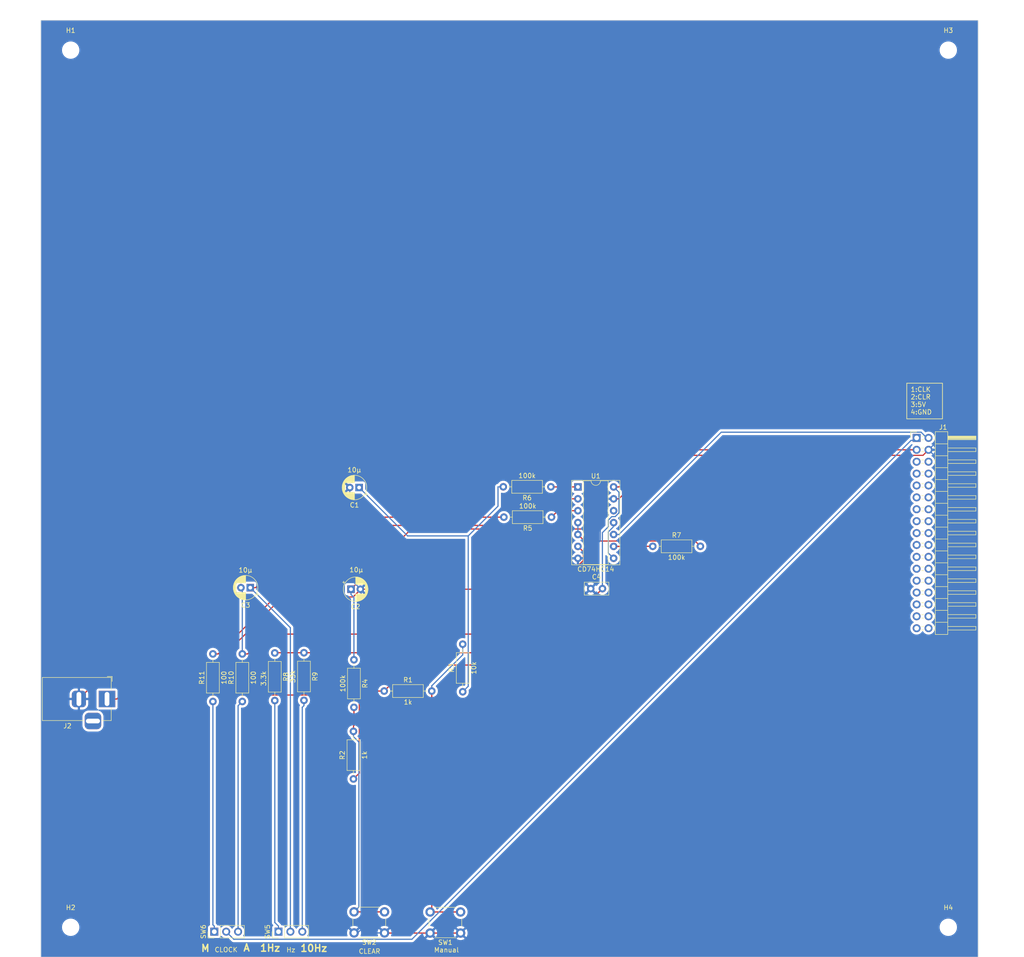
<source format=kicad_pcb>
(kicad_pcb (version 20221018) (generator pcbnew)
  (layers (0 "F.Cu" signal) (31 "B.Cu" signal) (34 "B.Paste" user) (35 "F.Paste" user) (36 "B.SilkS" user "B.Silkscreen") (37 "F.SilkS" user "F.Silkscreen") (38 "B.Mask" user) (39 "F.Mask" user) (44 "Edge.Cuts" user))
  (net 0 "")
  (net 1 "Net-(C1-Pad1)")
  (net 2 "GND")
  (net 3 "Net-(C2-Pad1)")
  (net 4 "Net-(SW5-B)")
  (net 5 "Net-(C3-Pad2)")
  (net 6 "+5V")
  (net 7 "CLK")
  (net 8 "CLR")
  (net 39 "Net-(R1-Pad2)")
  (net 40 "Net-(R2-Pad2)")
  (net 41 "Net-(R5-Pad1)")
  (net 42 "Net-(R6-Pad1)")
  (net 43 "Net-(R7-Pad1)")
  (net 44 "Net-(R8-Pad1)")
  (net 45 "Net-(SW5-A)")
  (net 46 "Net-(SW5-C)")
  (net 47 "Net-(SW6-C)")
  (net 48 "Net-(SW6-A)")
  (net 49 "Net-(R11-Pad2)")
  (net 50 "Net-(U1-Pad11)")
  (footprint "MountingHole:MountingHole_3.2mm_M3" (layer "F.Cu") (at 107.315 31.75)
    (fp_text reference "H1" (at 0 -4.2) (layer "F.SilkS"))
    (fp_text value "MountingHole")
    (pad "" np_thru_hole circle (at 0 0) (size 3.2 3.2) (drill 3.2) (layers "*.Cu" "*.Mask"))
  )
  (footprint "Capacitor_THT:CP_Radial_D5.0mm_P2.00mm" (layer "F.Cu") (at 168.8745 125.1458 180)
    (fp_text reference "C1" (at 1 -3.75) (layer "F.SilkS"))
    (fp_text value "10μ" (at 1 3.75) (layer "F.SilkS"))
    (pad "1" thru_hole rect (at 0 0 180) (size 1.6 1.6) (drill 0.8) (layers "*.Cu" "*.Mask") (net 1 "Net-(C1-Pad1)"))
    (pad "2" thru_hole circle (at 2 0 180) (size 1.6 1.6) (drill 0.8) (layers "*.Cu" "*.Mask") (net 2 "GND"))
  )
  (footprint "Resistor_THT:R_Axial_DIN0207_L6.3mm_D2.5mm_P10.16mm_Horizontal" (layer "F.Cu") (at 209.7994 124.9984 180)
    (fp_text reference "R6" (at 5.08 -2.37) (layer "F.SilkS"))
    (fp_text value "100k" (at 5.08 2.37) (layer "F.SilkS"))
    (pad "1" thru_hole circle (at 0 0 180) (size 1.6 1.6) (drill 0.8) (layers "*.Cu" "*.Mask") (net 42 "Net-(R6-Pad1)"))
    (pad "2" thru_hole oval (at 10.16 0 180) (size 1.6 1.6) (drill 0.8) (layers "*.Cu" "*.Mask") (net 1 "Net-(C1-Pad1)"))
  )
  (footprint "Resistor_THT:R_Axial_DIN0207_L6.3mm_D2.5mm_P10.16mm_Horizontal" (layer "F.Cu") (at 137.668 170.8404 90)
    (fp_text reference "R11" (at 5.08 -2.37 90) (layer "F.SilkS"))
    (fp_text value "100" (at 5.08 2.37 90) (layer "F.SilkS"))
    (pad "1" thru_hole circle (at 0 0 90) (size 1.6 1.6) (drill 0.8) (layers "*.Cu" "*.Mask") (net 48 "Net-(SW6-A)"))
    (pad "2" thru_hole oval (at 10.16 0 90) (size 1.6 1.6) (drill 0.8) (layers "*.Cu" "*.Mask") (net 49 "Net-(R11-Pad2)"))
  )
  (footprint "Resistor_THT:R_Axial_DIN0207_L6.3mm_D2.5mm_P10.16mm_Horizontal" (layer "F.Cu") (at 231.5418 137.6984)
    (fp_text reference "R7" (at 5.08 -2.37) (layer "F.SilkS"))
    (fp_text value "100k" (at 5.08 2.37) (layer "F.SilkS"))
    (pad "1" thru_hole circle (at 0 0) (size 1.6 1.6) (drill 0.8) (layers "*.Cu" "*.Mask") (net 43 "Net-(R7-Pad1)"))
    (pad "2" thru_hole oval (at 10.16 0) (size 1.6 1.6) (drill 0.8) (layers "*.Cu" "*.Mask") (net 3 "Net-(C2-Pad1)"))
  )
  (footprint "Capacitor_THT:CP_Radial_D5.0mm_P2.00mm" (layer "F.Cu") (at 145.6436 146.5326 180)
    (fp_text reference "C3" (at 1 -3.75) (layer "F.SilkS"))
    (fp_text value "10μ" (at 1 3.75) (layer "F.SilkS"))
    (pad "1" thru_hole rect (at 0 0 180) (size 1.6 1.6) (drill 0.8) (layers "*.Cu" "*.Mask") (net 4 "Net-(SW5-B)"))
    (pad "2" thru_hole circle (at 2 0 180) (size 1.6 1.6) (drill 0.8) (layers "*.Cu" "*.Mask") (net 5 "Net-(C3-Pad2)"))
  )
  (footprint "Resistor_THT:R_Axial_DIN0207_L6.3mm_D2.5mm_P10.16mm_Horizontal" (layer "F.Cu") (at 143.9418 170.8404 90)
    (fp_text reference "R10" (at 5.08 -2.37 90) (layer "F.SilkS"))
    (fp_text value "100" (at 5.08 2.37 90) (layer "F.SilkS"))
    (pad "1" thru_hole circle (at 0 0 90) (size 1.6 1.6) (drill 0.8) (layers "*.Cu" "*.Mask") (net 47 "Net-(SW6-C)"))
    (pad "2" thru_hole oval (at 10.16 0 90) (size 1.6 1.6) (drill 0.8) (layers "*.Cu" "*.Mask") (net 5 "Net-(C3-Pad2)"))
  )
  (footprint "Resistor_THT:R_Axial_DIN0207_L6.3mm_D2.5mm_P10.16mm_Horizontal" (layer "F.Cu") (at 167.767 161.925 -90)
    (fp_text reference "R4" (at 5.08 -2.37 90) (layer "F.SilkS"))
    (fp_text value "100k" (at 5.08 2.37 90) (layer "F.SilkS"))
    (pad "1" thru_hole circle (at 0 0 270) (size 1.6 1.6) (drill 0.8) (layers "*.Cu" "*.Mask") (net 3 "Net-(C2-Pad1)"))
    (pad "2" thru_hole oval (at 10.16 0 270) (size 1.6 1.6) (drill 0.8) (layers "*.Cu" "*.Mask") (net 40 "Net-(R2-Pad2)"))
  )
  (footprint "Capacitor_THT:CP_Radial_D5.0mm_P2.00mm" (layer "F.Cu") (at 167.1386 146.8628)
    (fp_text reference "C2" (at 0.980512 3.7338) (layer "F.SilkS"))
    (fp_text value "10μ" (at 1.158312 -4.1402) (layer "F.SilkS"))
    (pad "1" thru_hole rect (at 0 0) (size 1.6 1.6) (drill 0.8) (layers "*.Cu" "*.Mask") (net 3 "Net-(C2-Pad1)"))
    (pad "2" thru_hole circle (at 2 0) (size 1.6 1.6) (drill 0.8) (layers "*.Cu" "*.Mask") (net 2 "GND"))
  )
  (footprint "Resistor_THT:R_Axial_DIN0207_L6.3mm_D2.5mm_P10.16mm_Horizontal" (layer "F.Cu") (at 190.9826 168.7576 90)
    (fp_text reference "R3" (at 5.08 -2.37 90) (layer "F.SilkS"))
    (fp_text value "10k" (at 5.08 2.37 90) (layer "F.SilkS"))
    (pad "1" thru_hole circle (at 0 0 90) (size 1.6 1.6) (drill 0.8) (layers "*.Cu" "*.Mask") (net 1 "Net-(C1-Pad1)"))
    (pad "2" thru_hole oval (at 10.16 0 90) (size 1.6 1.6) (drill 0.8) (layers "*.Cu" "*.Mask") (net 39 "Net-(R1-Pad2)"))
  )
  (footprint "MountingHole:MountingHole_3.2mm_M3" (layer "F.Cu") (at 294.615 31.75)
    (fp_text reference "H3" (at 0 -4.2) (layer "F.SilkS"))
    (fp_text value "MountingHole")
    (pad "" np_thru_hole circle (at 0 0) (size 3.2 3.2) (drill 3.2) (layers "*.Cu" "*.Mask"))
  )
  (footprint "Resistor_THT:R_Axial_DIN0207_L6.3mm_D2.5mm_P10.16mm_Horizontal" (layer "F.Cu") (at 150.876 160.4772 -90)
    (fp_text reference "R8" (at 5.08 -2.37 90) (layer "F.SilkS"))
    (fp_text value "3.3k " (at 5.08 2.37 90) (layer "F.SilkS"))
    (pad "1" thru_hole circle (at 0 0 270) (size 1.6 1.6) (drill 0.8) (layers "*.Cu" "*.Mask") (net 44 "Net-(R8-Pad1)"))
    (pad "2" thru_hole oval (at 10.16 0 270) (size 1.6 1.6) (drill 0.8) (layers "*.Cu" "*.Mask") (net 45 "Net-(SW5-A)"))
  )
  (footprint "Button_Switch_THT:SW_PUSH_6mm" (layer "F.Cu") (at 174.2936 220.2582 180)
    (fp_text reference "SW2" (at 3.25 -2) (layer "F.SilkS"))
    (fp_text value "CLEAR" (at 3.1992 -3.9222) (layer "F.SilkS"))
    (pad "1" thru_hole circle (at 0 0 270) (size 2 2) (drill 1.1) (layers "*.Cu" "*.Mask") (net 2 "GND"))
    (pad "1" thru_hole circle (at 6.5 0 270) (size 2 2) (drill 1.1) (layers "*.Cu" "*.Mask") (net 2 "GND"))
    (pad "2" thru_hole circle (at 0 4.5 270) (size 2 2) (drill 1.1) (layers "*.Cu" "*.Mask") (net 40 "Net-(R2-Pad2)"))
    (pad "2" thru_hole circle (at 6.5 4.5 270) (size 2 2) (drill 1.1) (layers "*.Cu" "*.Mask") (net 40 "Net-(R2-Pad2)"))
  )
  (footprint "Package_DIP:DIP-14_W7.62mm_Socket" (layer "F.Cu") (at 215.5698 125.0188)
    (fp_text reference "U1" (at 3.81 -2.33) (layer "F.SilkS"))
    (fp_text value "CD74HC14" (at 3.81 17.57) (layer "F.SilkS"))
    (pad "1" thru_hole rect (at 0 0) (size 1.6 1.6) (drill 0.8) (layers "*.Cu" "*.Mask") (net 42 "Net-(R6-Pad1)"))
    (pad "2" thru_hole oval (at 0 2.54) (size 1.6 1.6) (drill 0.8) (layers "*.Cu" "*.Mask") (net 49 "Net-(R11-Pad2)"))
    (pad "3" thru_hole oval (at 0 5.08) (size 1.6 1.6) (drill 0.8) (layers "*.Cu" "*.Mask") (net 41 "Net-(R5-Pad1)"))
    (pad "4" thru_hole oval (at 0 7.62) (size 1.6 1.6) (drill 0.8) (layers "*.Cu" "*.Mask") (net 44 "Net-(R8-Pad1)"))
    (pad "5" thru_hole oval (at 0 10.16) (size 1.6 1.6) (drill 0.8) (layers "*.Cu" "*.Mask") (net 44 "Net-(R8-Pad1)"))
    (pad "6" thru_hole oval (at 0 12.7) (size 1.6 1.6) (drill 0.8) (layers "*.Cu" "*.Mask") (net 5 "Net-(C3-Pad2)"))
    (pad "7" thru_hole oval (at 0 15.24) (size 1.6 1.6) (drill 0.8) (layers "*.Cu" "*.Mask") (net 2 "GND"))
    (pad "8" thru_hole oval (at 7.62 15.24) (size 1.6 1.6) (drill 0.8) (layers "*.Cu" "*.Mask") (net 50 "Net-(U1-Pad11)"))
    (pad "9" thru_hole oval (at 7.62 12.7) (size 1.6 1.6) (drill 0.8) (layers "*.Cu" "*.Mask") (net 43 "Net-(R7-Pad1)"))
    (pad "10" thru_hole oval (at 7.62 10.16) (size 1.6 1.6) (drill 0.8) (layers "*.Cu" "*.Mask") (net 8 "CLR"))
    (pad "11" thru_hole oval (at 7.62 7.62) (size 1.6 1.6) (drill 0.8) (layers "*.Cu" "*.Mask") (net 50 "Net-(U1-Pad11)"))
    (pad "12" thru_hole oval (at 7.62 5.08) (size 1.6 1.6) (drill 0.8) (layers "*.Cu" "*.Mask"))
    (pad "13" thru_hole oval (at 7.62 2.54) (size 1.6 1.6) (drill 0.8) (layers "*.Cu" "*.Mask") (net 2 "GND"))
    (pad "14" thru_hole oval (at 7.62 0) (size 1.6 1.6) (drill 0.8) (layers "*.Cu" "*.Mask") (net 6 "+5V"))
  )
  (footprint "Connector_PinHeader_2.54mm:PinHeader_1x03_P2.54mm_Vertical" (layer "F.Cu") (at 137.9624 219.9894 90)
    (fp_text reference "SW6" (at 0 -2.33 90) (layer "F.SilkS"))
    (fp_text value "CLOCK" (at -3.8608 2.525 180) (layer "F.SilkS"))
    (pad "1" thru_hole rect (at 0 0 90) (size 1.7 1.7) (drill 1) (layers "*.Cu" "*.Mask") (net 48 "Net-(SW6-A)"))
    (pad "2" thru_hole oval (at 0 2.54 90) (size 1.7 1.7) (drill 1) (layers "*.Cu" "*.Mask") (net 7 "CLK"))
    (pad "3" thru_hole oval (at 0 5.08 90) (size 1.7 1.7) (drill 1) (layers "*.Cu" "*.Mask") (net 47 "Net-(SW6-C)"))
  )
  (footprint "MountingHole:MountingHole_3.2mm_M3" (layer "F.Cu") (at 294.6146 219.0496)
    (fp_text reference "H4" (at 0 -4.2) (layer "F.SilkS"))
    (fp_text value "MountingHole")
    (pad "" np_thru_hole circle (at 0 0) (size 3.2 3.2) (drill 3.2) (layers "*.Cu" "*.Mask"))
  )
  (footprint "Resistor_THT:R_Axial_DIN0207_L6.3mm_D2.5mm_P10.16mm_Horizontal" (layer "F.Cu") (at 167.6654 187.3758 90)
    (fp_text reference "R2" (at 5.08 -2.37 90) (layer "F.SilkS"))
    (fp_text value "1k" (at 5.08 2.37 90) (layer "F.SilkS"))
    (pad "1" thru_hole circle (at 0 0 90) (size 1.6 1.6) (drill 0.8) (layers "*.Cu" "*.Mask") (net 6 "+5V"))
    (pad "2" thru_hole oval (at 10.16 0 90) (size 1.6 1.6) (drill 0.8) (layers "*.Cu" "*.Mask") (net 40 "Net-(R2-Pad2)"))
  )
  (footprint "Resistor_THT:R_Axial_DIN0207_L6.3mm_D2.5mm_P10.16mm_Horizontal" (layer "F.Cu") (at 157.099 160.4264 -90)
    (fp_text reference "R9" (at 5.08 -2.37 90) (layer "F.SilkS"))
    (fp_text value "33k" (at 5.08 2.37 90) (layer "F.SilkS"))
    (pad "1" thru_hole circle (at 0 0 270) (size 1.6 1.6) (drill 0.8) (layers "*.Cu" "*.Mask") (net 44 "Net-(R8-Pad1)"))
    (pad "2" thru_hole oval (at 10.16 0 270) (size 1.6 1.6) (drill 0.8) (layers "*.Cu" "*.Mask") (net 46 "Net-(SW5-C)"))
  )
  (footprint "Resistor_THT:R_Axial_DIN0207_L6.3mm_D2.5mm_P10.16mm_Horizontal" (layer "F.Cu") (at 174.2186 168.6052)
    (fp_text reference "R1" (at 5.08 -2.37) (layer "F.SilkS"))
    (fp_text value "1k" (at 5.08 2.37) (layer "F.SilkS"))
    (pad "1" thru_hole circle (at 0 0) (size 1.6 1.6) (drill 0.8) (layers "*.Cu" "*.Mask") (net 6 "+5V"))
    (pad "2" thru_hole oval (at 10.16 0) (size 1.6 1.6) (drill 0.8) (layers "*.Cu" "*.Mask") (net 39 "Net-(R1-Pad2)"))
  )
  (footprint "Connector_BarrelJack:BarrelJack_Horizontal" (layer "F.Cu") (at 115.0676 170.307)
    (fp_text reference "J2" (at -8.45 5.75) (layer "F.SilkS"))
    (fp_text value "Barrel_Jack")
    (pad "1" thru_hole rect (at 0 0) (size 3.5 3.5) (drill oval 1 3) (layers "*.Cu" "*.Mask") (net 6 "+5V"))
    (pad "2" thru_hole roundrect (at -6 0) (size 3 3.5) (drill oval 1 3) (layers "*.Cu" "*.Mask") (net 2 "GND"))
    (pad "3" thru_hole roundrect (at -3 4.7) (size 3.5 3.5) (drill oval 3 1) (layers "*.Cu" "*.Mask"))
  )
  (footprint "MountingHole:MountingHole_3.2mm_M3" (layer "F.Cu") (at 107.315 219.0496)
    (fp_text reference "H2" (at 0 -4.2) (layer "F.SilkS"))
    (fp_text value "MountingHole")
    (pad "" np_thru_hole circle (at 0 0) (size 3.2 3.2) (drill 3.2) (layers "*.Cu" "*.Mask"))
  )
  (footprint "Resistor_THT:R_Axial_DIN0207_L6.3mm_D2.5mm_P10.16mm_Horizontal" (layer "F.Cu") (at 209.9264 131.4754 180)
    (fp_text reference "R5" (at 5.08 -2.37) (layer "F.SilkS"))
    (fp_text value "100k" (at 5.08 2.37) (layer "F.SilkS"))
    (pad "1" thru_hole circle (at 0 0 180) (size 1.6 1.6) (drill 0.8) (layers "*.Cu" "*.Mask") (net 41 "Net-(R5-Pad1)"))
    (pad "2" thru_hole oval (at 10.16 0 180) (size 1.6 1.6) (drill 0.8) (layers "*.Cu" "*.Mask") (net 4 "Net-(SW5-B)"))
  )
  (footprint "Capacitor_THT:C_Disc_D5.0mm_W2.5mm_P2.50mm" (layer "F.Cu") (at 218.2976 146.7408)
    (fp_text reference "C4" (at 1.25 -2.5) (layer "F.SilkS"))
    (fp_text value "0.1μ")
    (pad "1" thru_hole circle (at 0 0) (size 1.6 1.6) (drill 0.8) (layers "*.Cu" "*.Mask") (net 2 "GND"))
    (pad "2" thru_hole circle (at 2.5 0) (size 1.6 1.6) (drill 0.8) (layers "*.Cu" "*.Mask") (net 6 "+5V"))
  )
  (footprint "Connector_PinHeader_2.54mm:PinHeader_1x03_P2.54mm_Vertical" (layer "F.Cu") (at 151.6634 219.9894 90)
    (fp_text reference "SW5" (at 0 -2.33 90) (layer "F.SilkS"))
    (fp_text value "Hz" (at -3.8862 2.6416 180) (layer "F.SilkS"))
    (pad "1" thru_hole rect (at 0 0 90) (size 1.7 1.7) (drill 1) (layers "*.Cu" "*.Mask") (net 45 "Net-(SW5-A)"))
    (pad "2" thru_hole oval (at 0 2.54 90) (size 1.7 1.7) (drill 1) (layers "*.Cu" "*.Mask") (net 4 "Net-(SW5-B)"))
    (pad "3" thru_hole oval (at 0 5.08 90) (size 1.7 1.7) (drill 1) (layers "*.Cu" "*.Mask") (net 46 "Net-(SW5-C)"))
  )
  (footprint "Button_Switch_THT:SW_PUSH_6mm" (layer "F.Cu") (at 190.5242 220.2836 180)
    (fp_text reference "SW1" (at 3.25 -2) (layer "F.SilkS"))
    (fp_text value "Manual" (at 2.996 -3.6174) (layer "F.SilkS"))
    (pad "1" thru_hole circle (at 0 0 270) (size 2 2) (drill 1.1) (layers "*.Cu" "*.Mask") (net 2 "GND"))
    (pad "1" thru_hole circle (at 6.5 0 270) (size 2 2) (drill 1.1) (layers "*.Cu" "*.Mask") (net 2 "GND"))
    (pad "2" thru_hole circle (at 0 4.5 270) (size 2 2) (drill 1.1) (layers "*.Cu" "*.Mask") (net 39 "Net-(R1-Pad2)"))
    (pad "2" thru_hole circle (at 6.5 4.5 270) (size 2 2) (drill 1.1) (layers "*.Cu" "*.Mask") (net 39 "Net-(R1-Pad2)"))
  )
  (footprint "Connector_PinHeader_2.54mm:PinHeader_2x17_P2.54mm_Horizontal" (layer "F.Cu") (at 287.8582 114.554)
    (fp_text reference "J1" (at 5.655 -2.27) (layer "F.SilkS"))
    (fp_text value "Conn_01x34_Pin")
    (pad "1" thru_hole rect (at 0 0) (size 1.7 1.7) (drill 1) (layers "*.Cu" "*.Mask") (net 7 "CLK"))
    (pad "2" thru_hole oval (at 2.54 0) (size 1.7 1.7) (drill 1) (layers "*.Cu" "*.Mask") (net 8 "CLR"))
    (pad "3" thru_hole oval (at 0 2.54) (size 1.7 1.7) (drill 1) (layers "*.Cu" "*.Mask") (net 6 "+5V"))
    (pad "4" thru_hole oval (at 2.54 2.54) (size 1.7 1.7) (drill 1) (layers "*.Cu" "*.Mask") (net 2 "GND"))
    (pad "5" thru_hole oval (at 0 5.08) (size 1.7 1.7) (drill 1) (layers "*.Cu" "*.Mask"))
    (pad "6" thru_hole oval (at 2.54 5.08) (size 1.7 1.7) (drill 1) (layers "*.Cu" "*.Mask"))
    (pad "7" thru_hole oval (at 0 7.62) (size 1.7 1.7) (drill 1) (layers "*.Cu" "*.Mask"))
    (pad "8" thru_hole oval (at 2.54 7.62) (size 1.7 1.7) (drill 1) (layers "*.Cu" "*.Mask"))
    (pad "9" thru_hole oval (at 0 10.16) (size 1.7 1.7) (drill 1) (layers "*.Cu" "*.Mask"))
    (pad "10" thru_hole oval (at 2.54 10.16) (size 1.7 1.7) (drill 1) (layers "*.Cu" "*.Mask"))
    (pad "11" thru_hole oval (at 0 12.7) (size 1.7 1.7) (drill 1) (layers "*.Cu" "*.Mask"))
    (pad "12" thru_hole oval (at 2.54 12.7) (size 1.7 1.7) (drill 1) (layers "*.Cu" "*.Mask"))
    (pad "13" thru_hole oval (at 0 15.24) (size 1.7 1.7) (drill 1) (layers "*.Cu" "*.Mask"))
    (pad "14" thru_hole oval (at 2.54 15.24) (size 1.7 1.7) (drill 1) (layers "*.Cu" "*.Mask"))
    (pad "15" thru_hole oval (at 0 17.78) (size 1.7 1.7) (drill 1) (layers "*.Cu" "*.Mask"))
    (pad "16" thru_hole oval (at 2.54 17.78) (size 1.7 1.7) (drill 1) (layers "*.Cu" "*.Mask"))
    (pad "17" thru_hole oval (at 0 20.32) (size 1.7 1.7) (drill 1) (layers "*.Cu" "*.Mask"))
    (pad "18" thru_hole oval (at 2.54 20.32) (size 1.7 1.7) (drill 1) (layers "*.Cu" "*.Mask"))
    (pad "19" thru_hole oval (at 0 22.86) (size 1.7 1.7) (drill 1) (layers "*.Cu" "*.Mask"))
    (pad "20" thru_hole oval (at 2.54 22.86) (size 1.7 1.7) (drill 1) (layers "*.Cu" "*.Mask"))
    (pad "21" thru_hole oval (at 0 25.4) (size 1.7 1.7) (drill 1) (layers "*.Cu" "*.Mask"))
    (pad "22" thru_hole oval (at 2.54 25.4) (size 1.7 1.7) (drill 1) (layers "*.Cu" "*.Mask"))
    (pad "23" thru_hole oval (at 0 27.94) (size 1.7 1.7) (drill 1) (layers "*.Cu" "*.Mask"))
    (pad "24" thru_hole oval (at 2.54 27.94) (size 1.7 1.7) (drill 1) (layers "*.Cu" "*.Mask"))
    (pad "25" thru_hole oval (at 0 30.48) (size 1.7 1.7) (drill 1) (layers "*.Cu" "*.Mask"))
    (pad "26" thru_hole oval (at 2.54 30.48) (size 1.7 1.7) (drill 1) (layers "*.Cu" "*.Mask"))
    (pad "27" thru_hole oval (at 0 33.02) (size 1.7 1.7) (drill 1) (layers "*.Cu" "*.Mask"))
    (pad "28" thru_hole oval (at 2.54 33.02) (size 1.7 1.7) (drill 1) (layers "*.Cu" "*.Mask"))
    (pad "29" thru_hole oval (at 0 35.56) (size 1.7 1.7) (drill 1) (layers "*.Cu" "*.Mask"))
    (pad "30" thru_hole oval (at 2.54 35.56) (size 1.7 1.7) (drill 1) (layers "*.Cu" "*.Mask"))
    (pad "31" thru_hole oval (at 0 38.1) (size 1.7 1.7) (drill 1) (layers "*.Cu" "*.Mask"))
    (pad "32" thru_hole oval (at 2.54 38.1) (size 1.7 1.7) (drill 1) (layers "*.Cu" "*.Mask"))
    (pad "33" thru_hole oval (at 0 40.64) (size 1.7 1.7) (drill 1) (layers "*.Cu" "*.Mask"))
    (pad "34" thru_hole oval (at 2.54 40.64) (size 1.7 1.7) (drill 1) (layers "*.Cu" "*.Mask"))
  )
  (gr_rect (start 100.965 25.4) (end 300.965 225.4) (stroke (width 0.1)) (fill none) (layer "Edge.Cuts"))
  (gr_text "10Hz\n" (at 156.1846 224.409) (layer "F.SilkS") (effects (font (size 1.5 1.5) (thickness 0.3) bold) (justify left bottom)))
  (gr_text "1Hz" (at 147.574 224.3582) (layer "F.SilkS") (effects (font (size 1.5 1.5) (thickness 0.3) bold) (justify left bottom)))
  (gr_text "M" (at 135.001 224.409) (layer "F.SilkS") (effects (font (size 1.5 1.5) (thickness 0.3) bold) (justify left bottom)))
  (gr_text "A\n" (at 144.018 224.3074) (layer "F.SilkS") (effects (font (size 1.5 1.5) (thickness 0.3) bold) (justify left bottom)))
  (gr_text_box "1:CLK 2:CLR\n3:5V  4:GND\n" (start 285.75 102.87) (end 293.37 110.49) (layer "F.SilkS") (effects (font (size 1 1)) (justify left top)) (stroke (width 0.15)))
  (segment (start 199.6394 124.9984) (end 198.5125 124.9984) (width 0.25) (layer "B.Cu") (net 1))
  (segment (start 198.5125 129.1271) (end 192.1591 135.4805) (width 0.25) (layer "B.Cu") (net 1))
  (segment (start 190.9826 168.7576) (end 192.1591 167.5811) (width 0.25) (layer "B.Cu") (net 1))
  (segment (start 192.1591 167.5811) (end 192.1591 135.4805) (width 0.25) (layer "B.Cu") (net 1))
  (segment (start 179.2092 135.4805) (end 168.8745 125.1458) (width 0.25) (layer "B.Cu") (net 1))
  (segment (start 198.5125 124.9984) (end 198.5125 129.1271) (width 0.25) (layer "B.Cu") (net 1))
  (segment (start 192.1591 135.4805) (end 179.2092 135.4805) (width 0.25) (layer "B.Cu") (net 1))
  (segment (start 214.4429 140.2588) (end 207.8389 146.8628) (width 0.25) (layer "F.Cu") (net 2))
  (segment (start 215.5698 140.2588) (end 214.4429 140.2588) (width 0.25) (layer "F.Cu") (net 2))
  (segment (start 190.5242 220.2836) (end 184.0242 220.2836) (width 0.25) (layer "F.Cu") (net 2))
  (segment (start 169.1386 146.8628) (end 169.1386 146.9661) (width 0.25) (layer "F.Cu") (net 2))
  (segment (start 174.319 220.2836) (end 174.2936 220.2582) (width 0.25) (layer "F.Cu") (net 2))
  (segment (start 224.3167 127.5588) (end 223.1898 127.5588) (width 0.25) (layer "F.Cu") (net 2))
  (segment (start 233.6046 118.2709) (end 224.3167 127.5588) (width 0.25) (layer "F.Cu") (net 2))
  (segment (start 184.0242 220.2836) (end 174.319 220.2836) (width 0.25) (layer "F.Cu") (net 2))
  (segment (start 169.1386 146.9661) (end 167.5906 148.5141) (width 0.25) (layer "F.Cu") (net 2))
  (segment (start 167.5906 148.5141) (end 152.5321 148.5141) (width 0.25) (layer "F.Cu") (net 2))
  (segment (start 112.6249 166.7497) (end 109.0676 170.307) (width 0.25) (layer "F.Cu") (net 2))
  (segment (start 152.5321 148.5141) (end 134.2965 166.7497) (width 0.25) (layer "F.Cu") (net 2))
  (segment (start 134.2965 166.7497) (end 112.6249 166.7497) (width 0.25) (layer "F.Cu") (net 2))
  (segment (start 290.3982 117.094) (end 289.2213 118.2709) (width 0.25) (layer "F.Cu") (net 2))
  (segment (start 289.2213 118.2709) (end 233.6046 118.2709) (width 0.25) (layer "F.Cu") (net 2))
  (segment (start 207.8389 146.8628) (end 169.1386 146.8628) (width 0.25) (layer "F.Cu") (net 2))
  (segment (start 166.8745 144.5326) (end 166.8745 125.1458) (width 0.25) (layer "B.Cu") (net 2))
  (segment (start 290.3982 117.094) (end 291.9222 115.57) (width 0.25) (layer "B.Cu") (net 2))
  (segment (start 223.1898 127.5588) (end 222.123 127.5588) (width 0.25) (layer "B.Cu") (net 2))
  (segment (start 169.1386 146.8628) (end 169.1386 146.7967) (width 0.25) (layer "B.Cu") (net 2))
  (segment (start 169.1386 146.7967) (end 166.8745 144.5326) (width 0.25) (layer "B.Cu") (net 2))
  (segment (start 220.345 129.3368) (end 220.345 136.525) (width 0.25) (layer "B.Cu") (net 2))
  (segment (start 220.345 136.525) (end 216.6112 140.2588) (width 0.25) (layer "B.Cu") (net 2))
  (segment (start 169.312 219.499) (end 170.0712 220.2582) (width 0.25) (layer "B.Cu") (net 2))
  (segment (start 169.312 147.0362) (end 169.1386 146.8628) (width 0.25) (layer "B.Cu") (net 2))
  (segment (start 170.0712 220.2582) (end 174.2936 220.2582) (width 0.25) (layer "B.Cu") (net 2))
  (segment (start 168.5528 220.2582) (end 169.312 219.499) (width 0.25) (layer "B.Cu") (net 2))
  (segment (start 292.0492 118.745) (end 292.735 118.745) (width 0.25) (layer "B.Cu") (net 2))
  (segment (start 291.9222 115.57) (end 292.735 115.57) (width 0.25) (layer "B.Cu") (net 2))
  (segment (start 222.123 127.5588) (end 220.345 129.3368) (width 0.25) (layer "B.Cu") (net 2))
  (segment (start 169.312 219.499) (end 169.312 147.0362) (width 0.25) (layer "B.Cu") (net 2))
  (segment (start 167.7936 220.2582) (end 168.5528 220.2582) (width 0.25) (layer "B.Cu") (net 2))
  (segment (start 215.5698 140.2588) (end 215.5698 144.013) (width 0.25) (layer "B.Cu") (net 2))
  (segment (start 290.3982 117.094) (end 292.0492 118.745) (width 0.25) (layer "B.Cu") (net 2))
  (segment (start 216.6112 140.2588) (end 215.5698 140.2588) (width 0.25) (layer "B.Cu") (net 2))
  (segment (start 215.5698 144.013) (end 218.2976 146.7408) (width 0.25) (layer "B.Cu") (net 2))
  (segment (start 241.7018 137.6984) (end 240.5749 136.5715) (width 0.25) (layer "F.Cu") (net 3))
  (segment (start 216.675 134.0071) (end 179.9943 134.0071) (width 0.25) (layer "F.Cu") (net 3))
  (segment (start 219.2394 136.5715) (end 216.675 134.0071) (width 0.25) (layer "F.Cu") (net 3))
  (segment (start 240.5749 136.5715) (end 219.2394 136.5715) (width 0.25) (layer "F.Cu") (net 3))
  (segment (start 179.9943 134.0071) (end 167.1386 146.8628) (width 0.25) (layer "F.Cu") (net 3))
  (segment (start 167.767 148.6181) (end 167.1386 147.9897) (width 0.25) (layer "B.Cu") (net 3))
  (segment (start 167.767 161.925) (end 167.767 148.6181) (width 0.25) (layer "B.Cu") (net 3))
  (segment (start 167.1386 146.8628) (end 167.1386 147.9897) (width 0.25) (layer "B.Cu") (net 3))
  (segment (start 145.6436 146.5326) (end 146.7705 146.5326) (width 0.25) (layer "F.Cu") (net 4))
  (segment (start 199.7664 131.4754) (end 161.8277 131.4754) (width 0.25) (layer "F.Cu") (net 4))
  (segment (start 161.8277 131.4754) (end 146.7705 146.5326) (width 0.25) (layer "F.Cu") (net 4))
  (segment (start 154.2034 155.0924) (end 145.6436 146.5326) (width 0.25) (layer "B.Cu") (net 4))
  (segment (start 154.2034 219.9894) (end 154.2034 155.0924) (width 0.25) (layer "B.Cu") (net 4))
  (segment (start 149.3026 156.4465) (end 145.0687 160.6804) (width 0.25) (layer "F.Cu") (net 5))
  (segment (start 200.995 156.4465) (end 149.3026 156.4465) (width 0.25) (layer "F.Cu") (net 5))
  (segment (start 215.5698 137.7188) (end 216.7215 138.8705) (width 0.25) (layer "F.Cu") (net 5))
  (segment (start 216.7215 140.72) (end 200.995 156.4465) (width 0.25) (layer "F.Cu") (net 5))
  (segment (start 216.7215 138.8705) (end 216.7215 140.72) (width 0.25) (layer "F.Cu") (net 5))
  (segment (start 145.0687 160.6804) (end 143.9418 160.6804) (width 0.25) (layer "F.Cu") (net 5))
  (segment (start 143.9418 160.6804) (end 143.9418 146.8308) (width 0.25) (layer "B.Cu") (net 5))
  (segment (start 143.9418 146.8308) (end 143.6436 146.5326) (width 0.25) (layer "B.Cu") (net 5))
  (segment (start 168.9049 186.1363) (end 167.6654 187.3758) (width 0.25) (layer "F.Cu") (net 6))
  (segment (start 117.1445 170.307) (end 117.9954 169.4561) (width 0.25) (layer "F.Cu") (net 6))
  (segment (start 168.9049 169.4561) (end 168.9049 186.1363) (width 0.25) (layer "F.Cu") (net 6))
  (segment (start 169.7558 168.6052) (end 168.9049 169.4561) (width 0.25) (layer "F.Cu") (net 6))
  (segment (start 174.2186 168.6052) (end 169.7558 168.6052) (width 0.25) (layer "F.Cu") (net 6))
  (segment (start 223.1898 125.0188) (end 224.3167 125.0188) (width 0.25) (layer "F.Cu") (net 6))
  (segment (start 204.488 163.0504) (end 179.7734 163.0504) (width 0.25) (layer "F.Cu") (net 6))
  (segment (start 115.0676 170.307) (end 117.1445 170.307) (width 0.25) (layer "F.Cu") (net 6))
  (segment (start 232.2415 117.094) (end 224.3167 125.0188) (width 0.25) (layer "F.Cu") (net 6))
  (segment (start 287.8582 117.094) (end 232.2415 117.094) (width 0.25) (layer "F.Cu") (net 6))
  (segment (start 179.7734 163.0504) (end 174.2186 168.6052) (width 0.25) (layer "F.Cu") (net 6))
  (segment (start 220.7976 146.7408) (end 204.488 163.0504) (width 0.25) (layer "F.Cu") (net 6))
  (segment (start 117.9954 169.4561) (end 168.9049 169.4561) (width 0.25) (layer "F.Cu") (net 6))
  (segment (start 224.3291 130.5544) (end 223.5147 131.3688) (width 0.25) (layer "B.Cu") (net 6))
  (segment (start 223.1898 125.0188) (end 224.3291 126.1581) (width 0.25) (layer "B.Cu") (net 6))
  (segment (start 222.7887 131.3688) (end 222.0629 132.0946) (width 0.25) (layer "B.Cu") (net 6))
  (segment (start 222.0629 133.5162) (end 220.7976 134.7815) (width 0.25) (layer "B.Cu") (net 6))
  (segment (start 220.7976 134.7815) (end 220.7976 146.7408) (width 0.25) (layer "B.Cu") (net 6))
  (segment (start 223.5147 131.3688) (end 222.7887 131.3688) (width 0.25) (layer "B.Cu") (net 6))
  (segment (start 222.0629 132.0946) (end 222.0629 133.5162) (width 0.25) (layer "B.Cu") (net 6))
  (segment (start 224.3291 126.1581) (end 224.3291 130.5544) (width 0.25) (layer "B.Cu") (net 6))
  (segment (start 142.1217 221.6087) (end 140.5024 219.9894) (width 0.25) (layer "B.Cu") (net 7))
  (segment (start 287.3433 115.0689) (end 286.6813 115.0689) (width 0.25) (layer "B.Cu") (net 7))
  (segment (start 287.8582 114.554) (end 287.3433 115.0689) (width 0.25) (layer "B.Cu") (net 7))
  (segment (start 180.1415 221.6087) (end 142.1217 221.6087) (width 0.25) (layer "B.Cu") (net 7))
  (segment (start 286.6813 115.0689) (end 180.1415 221.6087) (width 0.25) (layer "B.Cu") (net 7))
  (segment (start 246.1591 113.3364) (end 224.3167 135.1788) (width 0.25) (layer "B.Cu") (net 8))
  (segment (start 290.0304 114.554) (end 288.8128 113.3364) (width 0.25) (layer "B.Cu") (net 8))
  (segment (start 290.3982 114.554) (end 290.0304 114.554) (width 0.25) (layer "B.Cu") (net 8))
  (segment (start 224.3167 135.1788) (end 223.1898 135.1788) (width 0.25) (layer "B.Cu") (net 8))
  (segment (start 288.8128 113.3364) (end 246.1591 113.3364) (width 0.25) (layer "B.Cu") (net 8))
  (segment (start 184.0242 215.7836) (end 184.3786 215.7836) (width 0.25) (layer "F.Cu") (net 39))
  (segment (start 184.3786 168.6052) (end 184.3786 169.7321) (width 0.25) (layer "F.Cu") (net 39))
  (segment (start 184.3786 215.7836) (end 184.3786 169.7321) (width 0.25) (layer "F.Cu") (net 39))
  (segment (start 184.3786 215.7836) (end 190.5242 215.7836) (width 0.25) (layer "F.Cu") (net 39))
  (segment (start 184.3786 168.6052) (end 184.3786 167.4783) (width 0.25) (layer "B.Cu") (net 39))
  (segment (start 190.9826 160.8743) (end 190.9826 158.5976) (width 0.25) (layer "B.Cu") (net 39))
  (segment (start 184.3786 167.4783) (end 190.9826 160.8743) (width 0.25) (layer "B.Cu") (net 39))
  (segment (start 167.767 175.9873) (end 167.767 172.085) (width 0.25) (layer "F.Cu") (net 40))
  (segment (start 167.7936 215.7582) (end 174.2936 215.7582) (width 0.25) (layer "F.Cu") (net 40))
  (segment (start 167.6654 177.2158) (end 167.6654 176.0889) (width 0.25) (layer "F.Cu") (net 40))
  (segment (start 167.6654 176.0889) (end 167.767 175.9873) (width 0.25) (layer "F.Cu") (net 40))
  (segment (start 168.8255 214.7263) (end 168.8255 179.5028) (width 0.25) (layer "B.Cu") (net 40))
  (segment (start 167.6654 177.2158) (end 167.6654 178.3427) (width 0.25) (layer "B.Cu") (net 40))
  (segment (start 168.8255 179.5028) (end 167.6654 178.3427) (width 0.25) (layer "B.Cu") (net 40))
  (segment (start 167.7936 215.7582) (end 168.8255 214.7263) (width 0.25) (layer "B.Cu") (net 40))
  (segment (start 215.5698 130.0988) (end 211.303 130.0988) (width 0.25) (layer "F.Cu") (net 41))
  (segment (start 211.303 130.0988) (end 209.9264 131.4754) (width 0.25) (layer "F.Cu") (net 41))
  (segment (start 209.8198 125.0188) (end 209.7994 124.9984) (width 0.25) (layer "F.Cu") (net 42))
  (segment (start 215.5698 125.0188) (end 209.8198 125.0188) (width 0.25) (layer "F.Cu") (net 42))
  (segment (start 223.1898 137.7188) (end 224.3167 137.7188) (width 0.25) (layer "F.Cu") (net 43))
  (segment (start 224.3371 137.6984) (end 231.5418 137.6984) (width 0.25) (layer "F.Cu") (net 43))
  (segment (start 224.3167 137.7188) (end 224.3371 137.6984) (width 0.25) (layer "F.Cu") (net 43))
  (segment (start 215.5698 135.1788) (end 217.1734 136.7824) (width 0.25) (layer "F.Cu") (net 44))
  (segment (start 217.1734 140.9072) (end 197.6542 160.4264) (width 0.25) (layer "F.Cu") (net 44))
  (segment (start 150.9268 160.4264) (end 150.876 160.4772) (width 0.25) (layer "F.Cu") (net 44))
  (segment (start 197.6542 160.4264) (end 157.099 160.4264) (width 0.25) (layer "F.Cu") (net 44))
  (segment (start 157.099 160.4264) (end 150.9268 160.4264) (width 0.25) (layer "F.Cu") (net 44))
  (segment (start 217.1734 136.7824) (end 217.1734 140.9072) (width 0.25) (layer "F.Cu") (net 44))
  (segment (start 215.5698 135.1788) (end 215.5698 132.6388) (width 0.25) (layer "B.Cu") (net 44))
  (segment (start 151.6634 219.9894) (end 151.6634 218.8125) (width 0.25) (layer "B.Cu") (net 45))
  (segment (start 150.876 218.0251) (end 150.876 170.6372) (width 0.25) (layer "B.Cu") (net 45))
  (segment (start 151.6634 218.8125) (end 150.876 218.0251) (width 0.25) (layer "B.Cu") (net 45))
  (segment (start 156.7434 172.0689) (end 157.099 171.7133) (width 0.25) (layer "B.Cu") (net 46))
  (segment (start 156.7434 219.9894) (end 156.7434 172.0689) (width 0.25) (layer "B.Cu") (net 46))
  (segment (start 157.099 170.5864) (end 157.099 171.7133) (width 0.25) (layer "B.Cu") (net 46))
  (segment (start 143.0424 171.7398) (end 143.9418 170.8404) (width 0.25) (layer "B.Cu") (net 47))
  (segment (start 143.0424 219.9894) (end 143.0424 171.7398) (width 0.25) (layer "B.Cu") (net 47))
  (segment (start 137.9624 219.9894) (end 137.9624 218.8125) (width 0.25) (layer "B.Cu") (net 48))
  (segment (start 137.668 218.5181) (end 137.668 170.8404) (width 0.25) (layer "B.Cu") (net 48))
  (segment (start 137.9624 218.8125) (end 137.668 218.5181) (width 0.25) (layer "B.Cu") (net 48))
  (segment (start 202.243 133.238) (end 207.9222 127.5588) (width 0.25) (layer "F.Cu") (net 49))
  (segment (start 138.7949 160.6804) (end 166.2373 133.238) (width 0.25) (layer "F.Cu") (net 49))
  (segment (start 207.9222 127.5588) (end 215.5698 127.5588) (width 0.25) (layer "F.Cu") (net 49))
  (segment (start 137.668 160.6804) (end 138.7949 160.6804) (width 0.25) (layer "F.Cu") (net 49))
  (segment (start 166.2373 133.238) (end 202.243 133.238) (width 0.25) (layer "F.Cu") (net 49))
  (segment (start 223.1898 132.6388) (end 223.1898 133.484) (width 0.25) (layer "B.Cu") (net 50))
  (segment (start 222.0584 139.1528) (end 223.1644 140.2588) (width 0.25) (layer "B.Cu") (net 50))
  (segment (start 222.0584 134.6154) (end 222.0584 139.1528) (width 0.25) (layer "B.Cu") (net 50))
  (segment (start 223.1898 133.484) (end 222.0584 134.6154) (width 0.25) (layer "B.Cu") (net 50))
  (segment (start 223.1644 140.2588) (end 223.1898 140.2588) (width 0.25) (layer "B.Cu") (net 50))
  (zone (net 2) (net_name "GND") (layer "B.Cu") (connect_pads (clearance 0.5)) (min_thickness 0.25) (fill yes (thermal_gap 0.5) (thermal_bridge_width 0.5))
    (polygon (pts (xy 100.965 25.4) (xy 300.9646 25.4) (xy 300.9646 225.3996) (xy 100.965 225.3996)))
  )
)
</source>
